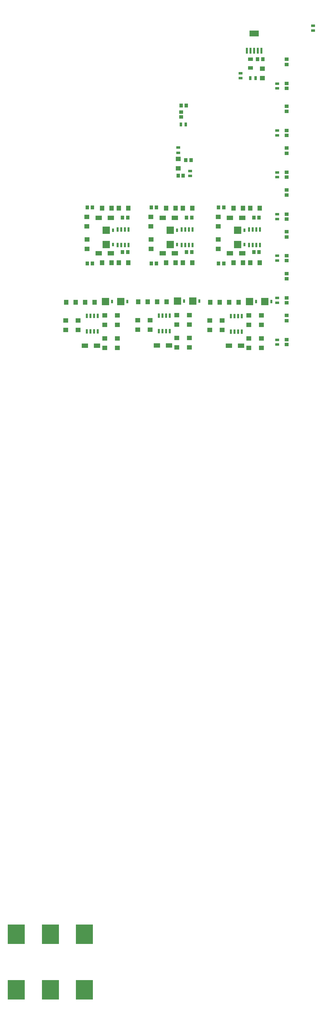
<source format=gtp>
G04*
G04 #@! TF.GenerationSoftware,Altium Limited,Altium Designer,24.4.1 (13)*
G04*
G04 Layer_Color=8421504*
%FSLAX25Y25*%
%MOIN*%
G70*
G04*
G04 #@! TF.SameCoordinates,4EE5E999-D737-4110-A4F5-E65D847AD794*
G04*
G04*
G04 #@! TF.FilePolarity,Positive*
G04*
G01*
G75*
%ADD16R,0.10433X0.10000*%
%ADD17R,0.03000X0.05000*%
%ADD18R,0.04528X0.05709*%
%ADD19R,0.06500X0.06000*%
%ADD20R,0.06000X0.06500*%
%ADD21R,0.05709X0.04724*%
%ADD22R,0.08858X0.06496*%
%ADD23R,0.23819X0.26772*%
%ADD24R,0.05787X0.03819*%
%ADD25R,0.05709X0.04528*%
%ADD26R,0.05512X0.03543*%
%ADD27R,0.02559X0.06004*%
%ADD28R,0.04724X0.05709*%
%ADD29R,0.03819X0.05787*%
%ADD30R,0.02559X0.07874*%
%ADD31R,0.12598X0.07874*%
%ADD32R,0.07087X0.04528*%
%ADD33R,0.03543X0.05512*%
D16*
X741362Y1361240D02*
D03*
X725173Y1459000D02*
D03*
X632673D02*
D03*
Y1439500D02*
D03*
X725173D02*
D03*
X762362Y1361240D02*
D03*
X544673Y1459000D02*
D03*
X543362Y1361240D02*
D03*
X642362Y1361740D02*
D03*
X564362Y1361240D02*
D03*
X663362Y1361740D02*
D03*
X544673Y1439500D02*
D03*
D17*
X750618Y1361240D02*
D03*
X734429Y1459000D02*
D03*
X641929D02*
D03*
Y1439500D02*
D03*
X734429D02*
D03*
X771618Y1361240D02*
D03*
X553929Y1459000D02*
D03*
X552618Y1361240D02*
D03*
X651618Y1361740D02*
D03*
X573618Y1361240D02*
D03*
X672618Y1361740D02*
D03*
X553929Y1439500D02*
D03*
D18*
X699000Y1413421D02*
D03*
X706087D02*
D03*
X699000Y1490499D02*
D03*
X706087D02*
D03*
X606500D02*
D03*
X613587D02*
D03*
X747516Y1476500D02*
D03*
X754603D02*
D03*
X574103D02*
D03*
X567016D02*
D03*
X518500Y1413421D02*
D03*
X525587D02*
D03*
X655016Y1476500D02*
D03*
X662103D02*
D03*
X606500Y1413421D02*
D03*
X613587D02*
D03*
X518500Y1490499D02*
D03*
X525587D02*
D03*
X747516Y1429000D02*
D03*
X754603D02*
D03*
X574103D02*
D03*
X567016D02*
D03*
X655016D02*
D03*
X662103D02*
D03*
X653957Y1555500D02*
D03*
X661043D02*
D03*
X647457Y1630500D02*
D03*
X654543D02*
D03*
X759760Y1694095D02*
D03*
X752673D02*
D03*
D19*
X606103Y1433500D02*
D03*
Y1446500D02*
D03*
X489000Y1335000D02*
D03*
Y1322000D02*
D03*
X758000Y1329000D02*
D03*
Y1342000D02*
D03*
X740400D02*
D03*
Y1329000D02*
D03*
X518103Y1433500D02*
D03*
Y1446500D02*
D03*
X606003Y1477500D02*
D03*
Y1464500D02*
D03*
X542400Y1342000D02*
D03*
Y1329000D02*
D03*
X560000Y1342000D02*
D03*
Y1329000D02*
D03*
X506000Y1322000D02*
D03*
Y1335000D02*
D03*
X542400Y1310500D02*
D03*
Y1297500D02*
D03*
X560000D02*
D03*
Y1310500D02*
D03*
X588000Y1322500D02*
D03*
Y1335500D02*
D03*
X641400Y1329500D02*
D03*
Y1342500D02*
D03*
X605000Y1335500D02*
D03*
Y1322500D02*
D03*
X704000Y1335000D02*
D03*
Y1322000D02*
D03*
X687000Y1335000D02*
D03*
Y1322000D02*
D03*
X740400Y1310500D02*
D03*
Y1297500D02*
D03*
X758000D02*
D03*
Y1310500D02*
D03*
X641400Y1298000D02*
D03*
Y1311000D02*
D03*
X659000Y1342500D02*
D03*
Y1329500D02*
D03*
Y1311000D02*
D03*
Y1298000D02*
D03*
X698603Y1433500D02*
D03*
Y1446500D02*
D03*
X698503Y1477500D02*
D03*
Y1464500D02*
D03*
X518003Y1477500D02*
D03*
Y1464500D02*
D03*
X759260Y1668095D02*
D03*
Y1681095D02*
D03*
X643500Y1544000D02*
D03*
Y1557000D02*
D03*
D20*
X755500Y1489500D02*
D03*
X742500D02*
D03*
X562000D02*
D03*
X575000D02*
D03*
X562000Y1414500D02*
D03*
X575000D02*
D03*
X639976D02*
D03*
X626976D02*
D03*
X755500D02*
D03*
X742500D02*
D03*
X732476D02*
D03*
X719476D02*
D03*
X551976Y1489500D02*
D03*
X538976D02*
D03*
X663000Y1414500D02*
D03*
X650000D02*
D03*
X551976D02*
D03*
X538976D02*
D03*
X639976Y1489500D02*
D03*
X626976D02*
D03*
X528500Y1360193D02*
D03*
X515500D02*
D03*
X489500D02*
D03*
X502500D02*
D03*
X614500Y1360693D02*
D03*
X627500D02*
D03*
X588500D02*
D03*
X601500D02*
D03*
X687500Y1360193D02*
D03*
X700500D02*
D03*
X726500D02*
D03*
X713500D02*
D03*
X732476Y1489500D02*
D03*
X719476D02*
D03*
X663000D02*
D03*
X650000D02*
D03*
D21*
X792500Y1481193D02*
D03*
Y1474500D02*
D03*
Y1538693D02*
D03*
Y1532000D02*
D03*
Y1366193D02*
D03*
Y1359500D02*
D03*
Y1424193D02*
D03*
Y1417500D02*
D03*
Y1308693D02*
D03*
Y1302000D02*
D03*
Y1589500D02*
D03*
Y1596193D02*
D03*
Y1660693D02*
D03*
Y1654000D02*
D03*
X647500Y1621346D02*
D03*
Y1614654D02*
D03*
D22*
X639000Y1427500D02*
D03*
X622071D02*
D03*
X731500D02*
D03*
X714571D02*
D03*
X622071Y1476000D02*
D03*
X639000D02*
D03*
X551000D02*
D03*
X534071D02*
D03*
X551000Y1427500D02*
D03*
X534071D02*
D03*
X731500Y1476000D02*
D03*
X714571D02*
D03*
X531965Y1300263D02*
D03*
X515035D02*
D03*
X713035Y1300500D02*
D03*
X729965D02*
D03*
X630965Y1300763D02*
D03*
X614035D02*
D03*
D23*
X467750Y491689D02*
D03*
Y415311D02*
D03*
X421000Y491689D02*
D03*
Y415311D02*
D03*
X514500Y491689D02*
D03*
Y415311D02*
D03*
D24*
X779500Y1302000D02*
D03*
Y1308535D02*
D03*
Y1589500D02*
D03*
Y1596035D02*
D03*
Y1532000D02*
D03*
Y1538535D02*
D03*
X829000Y1740035D02*
D03*
Y1733500D02*
D03*
X779500Y1359500D02*
D03*
Y1366035D02*
D03*
X660000Y1533732D02*
D03*
Y1540268D02*
D03*
X779500Y1417500D02*
D03*
Y1424035D02*
D03*
Y1474500D02*
D03*
Y1481035D02*
D03*
Y1654000D02*
D03*
Y1660535D02*
D03*
X729260Y1668095D02*
D03*
Y1674630D02*
D03*
D25*
X792500Y1399500D02*
D03*
Y1392413D02*
D03*
Y1572000D02*
D03*
Y1564913D02*
D03*
Y1457000D02*
D03*
Y1449913D02*
D03*
Y1342000D02*
D03*
Y1334913D02*
D03*
Y1694000D02*
D03*
Y1686913D02*
D03*
Y1507413D02*
D03*
Y1514500D02*
D03*
Y1622413D02*
D03*
Y1629500D02*
D03*
D26*
X643500Y1565260D02*
D03*
Y1572740D02*
D03*
D27*
X663256Y1460177D02*
D03*
X658256D02*
D03*
X653256D02*
D03*
X648256D02*
D03*
Y1438823D02*
D03*
X653256D02*
D03*
X658256D02*
D03*
X663256D02*
D03*
X755756D02*
D03*
X750756D02*
D03*
X745756D02*
D03*
X740756D02*
D03*
Y1460177D02*
D03*
X745756D02*
D03*
X750756D02*
D03*
X755756D02*
D03*
X575256D02*
D03*
X570256D02*
D03*
X565256D02*
D03*
X560256D02*
D03*
Y1438823D02*
D03*
X565256D02*
D03*
X570256D02*
D03*
X575256D02*
D03*
X533000Y1320000D02*
D03*
X528000D02*
D03*
X523000D02*
D03*
X518000D02*
D03*
Y1341354D02*
D03*
X523000D02*
D03*
X528000D02*
D03*
X533000D02*
D03*
X632000Y1341677D02*
D03*
X627000D02*
D03*
X622000D02*
D03*
X617000D02*
D03*
Y1320323D02*
D03*
X622000D02*
D03*
X627000D02*
D03*
X632000D02*
D03*
X731000Y1341177D02*
D03*
X726000D02*
D03*
X721000D02*
D03*
X716000D02*
D03*
Y1319823D02*
D03*
X721000D02*
D03*
X726000D02*
D03*
X731000D02*
D03*
D28*
X650346Y1534000D02*
D03*
X643654D02*
D03*
D29*
X653768Y1604500D02*
D03*
X647232D02*
D03*
D30*
X737760Y1705784D02*
D03*
X742760D02*
D03*
X747760D02*
D03*
X752760D02*
D03*
X757760D02*
D03*
D31*
X747760Y1729406D02*
D03*
D32*
X742760Y1682189D02*
D03*
Y1694000D02*
D03*
D33*
X742520Y1668095D02*
D03*
X750000D02*
D03*
M02*

</source>
